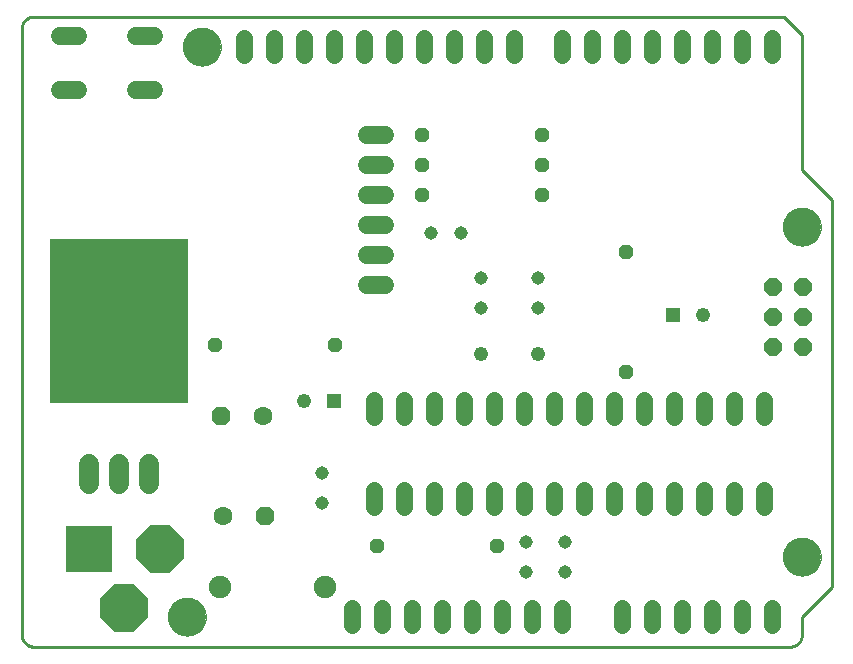
<source format=gts>
G75*
%MOIN*%
%OFA0B0*%
%FSLAX25Y25*%
%IPPOS*%
%LPD*%
%AMOC8*
5,1,8,0,0,1.08239X$1,22.5*
%
%ADD10C,0.01000*%
%ADD11C,0.00000*%
%ADD12C,0.12598*%
%ADD13R,0.46000X0.55000*%
%ADD14C,0.05600*%
%ADD15OC8,0.06102*%
%ADD16OC8,0.15748*%
%ADD17R,0.15748X0.15748*%
%ADD18C,0.07677*%
%ADD19C,0.06600*%
%ADD20C,0.13000*%
%ADD21OC8,0.04800*%
%ADD22C,0.04800*%
%ADD23C,0.04500*%
%ADD24OC8,0.06300*%
%ADD25C,0.06300*%
%ADD26C,0.05906*%
%ADD27C,0.07500*%
%ADD28R,0.04800X0.04800*%
%ADD29C,0.06000*%
D10*
X0008350Y0007187D02*
X0008350Y0209313D01*
X0008352Y0209437D01*
X0008358Y0209560D01*
X0008367Y0209684D01*
X0008381Y0209806D01*
X0008398Y0209929D01*
X0008420Y0210051D01*
X0008445Y0210172D01*
X0008474Y0210292D01*
X0008506Y0210411D01*
X0008543Y0210530D01*
X0008583Y0210647D01*
X0008626Y0210762D01*
X0008674Y0210877D01*
X0008725Y0210989D01*
X0008779Y0211100D01*
X0008837Y0211210D01*
X0008898Y0211317D01*
X0008963Y0211423D01*
X0009031Y0211526D01*
X0009102Y0211627D01*
X0009176Y0211726D01*
X0009253Y0211823D01*
X0009334Y0211917D01*
X0009417Y0212008D01*
X0009503Y0212097D01*
X0009592Y0212183D01*
X0009683Y0212266D01*
X0009777Y0212347D01*
X0009874Y0212424D01*
X0009973Y0212498D01*
X0010074Y0212569D01*
X0010177Y0212637D01*
X0010283Y0212702D01*
X0010390Y0212763D01*
X0010500Y0212821D01*
X0010611Y0212875D01*
X0010723Y0212926D01*
X0010838Y0212974D01*
X0010953Y0213017D01*
X0011070Y0213057D01*
X0011189Y0213094D01*
X0011308Y0213126D01*
X0011428Y0213155D01*
X0011549Y0213180D01*
X0011671Y0213202D01*
X0011794Y0213219D01*
X0011916Y0213233D01*
X0012040Y0213242D01*
X0012163Y0213248D01*
X0012287Y0213250D01*
X0262350Y0213250D01*
X0268350Y0207250D01*
X0268350Y0162250D01*
X0278350Y0152250D01*
X0278350Y0023250D01*
X0268350Y0013250D01*
X0268350Y0007187D01*
X0268348Y0007063D01*
X0268342Y0006940D01*
X0268333Y0006816D01*
X0268319Y0006694D01*
X0268302Y0006571D01*
X0268280Y0006449D01*
X0268255Y0006328D01*
X0268226Y0006208D01*
X0268194Y0006089D01*
X0268157Y0005970D01*
X0268117Y0005853D01*
X0268074Y0005738D01*
X0268026Y0005623D01*
X0267975Y0005511D01*
X0267921Y0005400D01*
X0267863Y0005290D01*
X0267802Y0005183D01*
X0267737Y0005077D01*
X0267669Y0004974D01*
X0267598Y0004873D01*
X0267524Y0004774D01*
X0267447Y0004677D01*
X0267366Y0004583D01*
X0267283Y0004492D01*
X0267197Y0004403D01*
X0267108Y0004317D01*
X0267017Y0004234D01*
X0266923Y0004153D01*
X0266826Y0004076D01*
X0266727Y0004002D01*
X0266626Y0003931D01*
X0266523Y0003863D01*
X0266417Y0003798D01*
X0266310Y0003737D01*
X0266200Y0003679D01*
X0266089Y0003625D01*
X0265977Y0003574D01*
X0265862Y0003526D01*
X0265747Y0003483D01*
X0265630Y0003443D01*
X0265511Y0003406D01*
X0265392Y0003374D01*
X0265272Y0003345D01*
X0265151Y0003320D01*
X0265029Y0003298D01*
X0264906Y0003281D01*
X0264784Y0003267D01*
X0264660Y0003258D01*
X0264537Y0003252D01*
X0264413Y0003250D01*
X0012287Y0003250D01*
X0012163Y0003252D01*
X0012040Y0003258D01*
X0011916Y0003267D01*
X0011794Y0003281D01*
X0011671Y0003298D01*
X0011549Y0003320D01*
X0011428Y0003345D01*
X0011308Y0003374D01*
X0011189Y0003406D01*
X0011070Y0003443D01*
X0010953Y0003483D01*
X0010838Y0003526D01*
X0010723Y0003574D01*
X0010611Y0003625D01*
X0010500Y0003679D01*
X0010390Y0003737D01*
X0010283Y0003798D01*
X0010177Y0003863D01*
X0010074Y0003931D01*
X0009973Y0004002D01*
X0009874Y0004076D01*
X0009777Y0004153D01*
X0009683Y0004234D01*
X0009592Y0004317D01*
X0009503Y0004403D01*
X0009417Y0004492D01*
X0009334Y0004583D01*
X0009253Y0004677D01*
X0009176Y0004774D01*
X0009102Y0004873D01*
X0009031Y0004974D01*
X0008963Y0005077D01*
X0008898Y0005183D01*
X0008837Y0005290D01*
X0008779Y0005400D01*
X0008725Y0005511D01*
X0008674Y0005623D01*
X0008626Y0005738D01*
X0008583Y0005853D01*
X0008543Y0005970D01*
X0008506Y0006089D01*
X0008474Y0006208D01*
X0008445Y0006328D01*
X0008420Y0006449D01*
X0008398Y0006571D01*
X0008381Y0006694D01*
X0008367Y0006816D01*
X0008358Y0006940D01*
X0008352Y0007063D01*
X0008350Y0007187D01*
D11*
X0057051Y0013250D02*
X0057053Y0013408D01*
X0057059Y0013566D01*
X0057069Y0013724D01*
X0057083Y0013882D01*
X0057101Y0014039D01*
X0057122Y0014196D01*
X0057148Y0014352D01*
X0057178Y0014508D01*
X0057211Y0014663D01*
X0057249Y0014816D01*
X0057290Y0014969D01*
X0057335Y0015121D01*
X0057384Y0015272D01*
X0057437Y0015421D01*
X0057493Y0015569D01*
X0057553Y0015715D01*
X0057617Y0015860D01*
X0057685Y0016003D01*
X0057756Y0016145D01*
X0057830Y0016285D01*
X0057908Y0016422D01*
X0057990Y0016558D01*
X0058074Y0016692D01*
X0058163Y0016823D01*
X0058254Y0016952D01*
X0058349Y0017079D01*
X0058446Y0017204D01*
X0058547Y0017326D01*
X0058651Y0017445D01*
X0058758Y0017562D01*
X0058868Y0017676D01*
X0058981Y0017787D01*
X0059096Y0017896D01*
X0059214Y0018001D01*
X0059335Y0018103D01*
X0059458Y0018203D01*
X0059584Y0018299D01*
X0059712Y0018392D01*
X0059842Y0018482D01*
X0059975Y0018568D01*
X0060110Y0018652D01*
X0060246Y0018731D01*
X0060385Y0018808D01*
X0060526Y0018880D01*
X0060668Y0018950D01*
X0060812Y0019015D01*
X0060958Y0019077D01*
X0061105Y0019135D01*
X0061254Y0019190D01*
X0061404Y0019241D01*
X0061555Y0019288D01*
X0061707Y0019331D01*
X0061860Y0019370D01*
X0062015Y0019406D01*
X0062170Y0019437D01*
X0062326Y0019465D01*
X0062482Y0019489D01*
X0062639Y0019509D01*
X0062797Y0019525D01*
X0062954Y0019537D01*
X0063113Y0019545D01*
X0063271Y0019549D01*
X0063429Y0019549D01*
X0063587Y0019545D01*
X0063746Y0019537D01*
X0063903Y0019525D01*
X0064061Y0019509D01*
X0064218Y0019489D01*
X0064374Y0019465D01*
X0064530Y0019437D01*
X0064685Y0019406D01*
X0064840Y0019370D01*
X0064993Y0019331D01*
X0065145Y0019288D01*
X0065296Y0019241D01*
X0065446Y0019190D01*
X0065595Y0019135D01*
X0065742Y0019077D01*
X0065888Y0019015D01*
X0066032Y0018950D01*
X0066174Y0018880D01*
X0066315Y0018808D01*
X0066454Y0018731D01*
X0066590Y0018652D01*
X0066725Y0018568D01*
X0066858Y0018482D01*
X0066988Y0018392D01*
X0067116Y0018299D01*
X0067242Y0018203D01*
X0067365Y0018103D01*
X0067486Y0018001D01*
X0067604Y0017896D01*
X0067719Y0017787D01*
X0067832Y0017676D01*
X0067942Y0017562D01*
X0068049Y0017445D01*
X0068153Y0017326D01*
X0068254Y0017204D01*
X0068351Y0017079D01*
X0068446Y0016952D01*
X0068537Y0016823D01*
X0068626Y0016692D01*
X0068710Y0016558D01*
X0068792Y0016422D01*
X0068870Y0016285D01*
X0068944Y0016145D01*
X0069015Y0016003D01*
X0069083Y0015860D01*
X0069147Y0015715D01*
X0069207Y0015569D01*
X0069263Y0015421D01*
X0069316Y0015272D01*
X0069365Y0015121D01*
X0069410Y0014969D01*
X0069451Y0014816D01*
X0069489Y0014663D01*
X0069522Y0014508D01*
X0069552Y0014352D01*
X0069578Y0014196D01*
X0069599Y0014039D01*
X0069617Y0013882D01*
X0069631Y0013724D01*
X0069641Y0013566D01*
X0069647Y0013408D01*
X0069649Y0013250D01*
X0069647Y0013092D01*
X0069641Y0012934D01*
X0069631Y0012776D01*
X0069617Y0012618D01*
X0069599Y0012461D01*
X0069578Y0012304D01*
X0069552Y0012148D01*
X0069522Y0011992D01*
X0069489Y0011837D01*
X0069451Y0011684D01*
X0069410Y0011531D01*
X0069365Y0011379D01*
X0069316Y0011228D01*
X0069263Y0011079D01*
X0069207Y0010931D01*
X0069147Y0010785D01*
X0069083Y0010640D01*
X0069015Y0010497D01*
X0068944Y0010355D01*
X0068870Y0010215D01*
X0068792Y0010078D01*
X0068710Y0009942D01*
X0068626Y0009808D01*
X0068537Y0009677D01*
X0068446Y0009548D01*
X0068351Y0009421D01*
X0068254Y0009296D01*
X0068153Y0009174D01*
X0068049Y0009055D01*
X0067942Y0008938D01*
X0067832Y0008824D01*
X0067719Y0008713D01*
X0067604Y0008604D01*
X0067486Y0008499D01*
X0067365Y0008397D01*
X0067242Y0008297D01*
X0067116Y0008201D01*
X0066988Y0008108D01*
X0066858Y0008018D01*
X0066725Y0007932D01*
X0066590Y0007848D01*
X0066454Y0007769D01*
X0066315Y0007692D01*
X0066174Y0007620D01*
X0066032Y0007550D01*
X0065888Y0007485D01*
X0065742Y0007423D01*
X0065595Y0007365D01*
X0065446Y0007310D01*
X0065296Y0007259D01*
X0065145Y0007212D01*
X0064993Y0007169D01*
X0064840Y0007130D01*
X0064685Y0007094D01*
X0064530Y0007063D01*
X0064374Y0007035D01*
X0064218Y0007011D01*
X0064061Y0006991D01*
X0063903Y0006975D01*
X0063746Y0006963D01*
X0063587Y0006955D01*
X0063429Y0006951D01*
X0063271Y0006951D01*
X0063113Y0006955D01*
X0062954Y0006963D01*
X0062797Y0006975D01*
X0062639Y0006991D01*
X0062482Y0007011D01*
X0062326Y0007035D01*
X0062170Y0007063D01*
X0062015Y0007094D01*
X0061860Y0007130D01*
X0061707Y0007169D01*
X0061555Y0007212D01*
X0061404Y0007259D01*
X0061254Y0007310D01*
X0061105Y0007365D01*
X0060958Y0007423D01*
X0060812Y0007485D01*
X0060668Y0007550D01*
X0060526Y0007620D01*
X0060385Y0007692D01*
X0060246Y0007769D01*
X0060110Y0007848D01*
X0059975Y0007932D01*
X0059842Y0008018D01*
X0059712Y0008108D01*
X0059584Y0008201D01*
X0059458Y0008297D01*
X0059335Y0008397D01*
X0059214Y0008499D01*
X0059096Y0008604D01*
X0058981Y0008713D01*
X0058868Y0008824D01*
X0058758Y0008938D01*
X0058651Y0009055D01*
X0058547Y0009174D01*
X0058446Y0009296D01*
X0058349Y0009421D01*
X0058254Y0009548D01*
X0058163Y0009677D01*
X0058074Y0009808D01*
X0057990Y0009942D01*
X0057908Y0010078D01*
X0057830Y0010215D01*
X0057756Y0010355D01*
X0057685Y0010497D01*
X0057617Y0010640D01*
X0057553Y0010785D01*
X0057493Y0010931D01*
X0057437Y0011079D01*
X0057384Y0011228D01*
X0057335Y0011379D01*
X0057290Y0011531D01*
X0057249Y0011684D01*
X0057211Y0011837D01*
X0057178Y0011992D01*
X0057148Y0012148D01*
X0057122Y0012304D01*
X0057101Y0012461D01*
X0057083Y0012618D01*
X0057069Y0012776D01*
X0057059Y0012934D01*
X0057053Y0013092D01*
X0057051Y0013250D01*
X0034350Y0119750D02*
X0034352Y0119911D01*
X0034358Y0120071D01*
X0034368Y0120232D01*
X0034382Y0120392D01*
X0034400Y0120552D01*
X0034421Y0120711D01*
X0034447Y0120870D01*
X0034477Y0121028D01*
X0034510Y0121185D01*
X0034548Y0121342D01*
X0034589Y0121497D01*
X0034634Y0121651D01*
X0034683Y0121804D01*
X0034736Y0121956D01*
X0034792Y0122107D01*
X0034853Y0122256D01*
X0034916Y0122404D01*
X0034984Y0122550D01*
X0035055Y0122694D01*
X0035129Y0122836D01*
X0035207Y0122977D01*
X0035289Y0123115D01*
X0035374Y0123252D01*
X0035462Y0123386D01*
X0035554Y0123518D01*
X0035649Y0123648D01*
X0035747Y0123776D01*
X0035848Y0123901D01*
X0035952Y0124023D01*
X0036059Y0124143D01*
X0036169Y0124260D01*
X0036282Y0124375D01*
X0036398Y0124486D01*
X0036517Y0124595D01*
X0036638Y0124700D01*
X0036762Y0124803D01*
X0036888Y0124903D01*
X0037016Y0124999D01*
X0037147Y0125092D01*
X0037281Y0125182D01*
X0037416Y0125269D01*
X0037554Y0125352D01*
X0037693Y0125432D01*
X0037835Y0125508D01*
X0037978Y0125581D01*
X0038123Y0125650D01*
X0038270Y0125716D01*
X0038418Y0125778D01*
X0038568Y0125836D01*
X0038719Y0125891D01*
X0038872Y0125942D01*
X0039026Y0125989D01*
X0039181Y0126032D01*
X0039337Y0126071D01*
X0039493Y0126107D01*
X0039651Y0126138D01*
X0039809Y0126166D01*
X0039968Y0126190D01*
X0040128Y0126210D01*
X0040288Y0126226D01*
X0040448Y0126238D01*
X0040609Y0126246D01*
X0040770Y0126250D01*
X0040930Y0126250D01*
X0041091Y0126246D01*
X0041252Y0126238D01*
X0041412Y0126226D01*
X0041572Y0126210D01*
X0041732Y0126190D01*
X0041891Y0126166D01*
X0042049Y0126138D01*
X0042207Y0126107D01*
X0042363Y0126071D01*
X0042519Y0126032D01*
X0042674Y0125989D01*
X0042828Y0125942D01*
X0042981Y0125891D01*
X0043132Y0125836D01*
X0043282Y0125778D01*
X0043430Y0125716D01*
X0043577Y0125650D01*
X0043722Y0125581D01*
X0043865Y0125508D01*
X0044007Y0125432D01*
X0044146Y0125352D01*
X0044284Y0125269D01*
X0044419Y0125182D01*
X0044553Y0125092D01*
X0044684Y0124999D01*
X0044812Y0124903D01*
X0044938Y0124803D01*
X0045062Y0124700D01*
X0045183Y0124595D01*
X0045302Y0124486D01*
X0045418Y0124375D01*
X0045531Y0124260D01*
X0045641Y0124143D01*
X0045748Y0124023D01*
X0045852Y0123901D01*
X0045953Y0123776D01*
X0046051Y0123648D01*
X0046146Y0123518D01*
X0046238Y0123386D01*
X0046326Y0123252D01*
X0046411Y0123115D01*
X0046493Y0122977D01*
X0046571Y0122836D01*
X0046645Y0122694D01*
X0046716Y0122550D01*
X0046784Y0122404D01*
X0046847Y0122256D01*
X0046908Y0122107D01*
X0046964Y0121956D01*
X0047017Y0121804D01*
X0047066Y0121651D01*
X0047111Y0121497D01*
X0047152Y0121342D01*
X0047190Y0121185D01*
X0047223Y0121028D01*
X0047253Y0120870D01*
X0047279Y0120711D01*
X0047300Y0120552D01*
X0047318Y0120392D01*
X0047332Y0120232D01*
X0047342Y0120071D01*
X0047348Y0119911D01*
X0047350Y0119750D01*
X0047348Y0119589D01*
X0047342Y0119429D01*
X0047332Y0119268D01*
X0047318Y0119108D01*
X0047300Y0118948D01*
X0047279Y0118789D01*
X0047253Y0118630D01*
X0047223Y0118472D01*
X0047190Y0118315D01*
X0047152Y0118158D01*
X0047111Y0118003D01*
X0047066Y0117849D01*
X0047017Y0117696D01*
X0046964Y0117544D01*
X0046908Y0117393D01*
X0046847Y0117244D01*
X0046784Y0117096D01*
X0046716Y0116950D01*
X0046645Y0116806D01*
X0046571Y0116664D01*
X0046493Y0116523D01*
X0046411Y0116385D01*
X0046326Y0116248D01*
X0046238Y0116114D01*
X0046146Y0115982D01*
X0046051Y0115852D01*
X0045953Y0115724D01*
X0045852Y0115599D01*
X0045748Y0115477D01*
X0045641Y0115357D01*
X0045531Y0115240D01*
X0045418Y0115125D01*
X0045302Y0115014D01*
X0045183Y0114905D01*
X0045062Y0114800D01*
X0044938Y0114697D01*
X0044812Y0114597D01*
X0044684Y0114501D01*
X0044553Y0114408D01*
X0044419Y0114318D01*
X0044284Y0114231D01*
X0044146Y0114148D01*
X0044007Y0114068D01*
X0043865Y0113992D01*
X0043722Y0113919D01*
X0043577Y0113850D01*
X0043430Y0113784D01*
X0043282Y0113722D01*
X0043132Y0113664D01*
X0042981Y0113609D01*
X0042828Y0113558D01*
X0042674Y0113511D01*
X0042519Y0113468D01*
X0042363Y0113429D01*
X0042207Y0113393D01*
X0042049Y0113362D01*
X0041891Y0113334D01*
X0041732Y0113310D01*
X0041572Y0113290D01*
X0041412Y0113274D01*
X0041252Y0113262D01*
X0041091Y0113254D01*
X0040930Y0113250D01*
X0040770Y0113250D01*
X0040609Y0113254D01*
X0040448Y0113262D01*
X0040288Y0113274D01*
X0040128Y0113290D01*
X0039968Y0113310D01*
X0039809Y0113334D01*
X0039651Y0113362D01*
X0039493Y0113393D01*
X0039337Y0113429D01*
X0039181Y0113468D01*
X0039026Y0113511D01*
X0038872Y0113558D01*
X0038719Y0113609D01*
X0038568Y0113664D01*
X0038418Y0113722D01*
X0038270Y0113784D01*
X0038123Y0113850D01*
X0037978Y0113919D01*
X0037835Y0113992D01*
X0037693Y0114068D01*
X0037554Y0114148D01*
X0037416Y0114231D01*
X0037281Y0114318D01*
X0037147Y0114408D01*
X0037016Y0114501D01*
X0036888Y0114597D01*
X0036762Y0114697D01*
X0036638Y0114800D01*
X0036517Y0114905D01*
X0036398Y0115014D01*
X0036282Y0115125D01*
X0036169Y0115240D01*
X0036059Y0115357D01*
X0035952Y0115477D01*
X0035848Y0115599D01*
X0035747Y0115724D01*
X0035649Y0115852D01*
X0035554Y0115982D01*
X0035462Y0116114D01*
X0035374Y0116248D01*
X0035289Y0116385D01*
X0035207Y0116523D01*
X0035129Y0116664D01*
X0035055Y0116806D01*
X0034984Y0116950D01*
X0034916Y0117096D01*
X0034853Y0117244D01*
X0034792Y0117393D01*
X0034736Y0117544D01*
X0034683Y0117696D01*
X0034634Y0117849D01*
X0034589Y0118003D01*
X0034548Y0118158D01*
X0034510Y0118315D01*
X0034477Y0118472D01*
X0034447Y0118630D01*
X0034421Y0118789D01*
X0034400Y0118948D01*
X0034382Y0119108D01*
X0034368Y0119268D01*
X0034358Y0119429D01*
X0034352Y0119589D01*
X0034350Y0119750D01*
X0062051Y0203250D02*
X0062053Y0203408D01*
X0062059Y0203566D01*
X0062069Y0203724D01*
X0062083Y0203882D01*
X0062101Y0204039D01*
X0062122Y0204196D01*
X0062148Y0204352D01*
X0062178Y0204508D01*
X0062211Y0204663D01*
X0062249Y0204816D01*
X0062290Y0204969D01*
X0062335Y0205121D01*
X0062384Y0205272D01*
X0062437Y0205421D01*
X0062493Y0205569D01*
X0062553Y0205715D01*
X0062617Y0205860D01*
X0062685Y0206003D01*
X0062756Y0206145D01*
X0062830Y0206285D01*
X0062908Y0206422D01*
X0062990Y0206558D01*
X0063074Y0206692D01*
X0063163Y0206823D01*
X0063254Y0206952D01*
X0063349Y0207079D01*
X0063446Y0207204D01*
X0063547Y0207326D01*
X0063651Y0207445D01*
X0063758Y0207562D01*
X0063868Y0207676D01*
X0063981Y0207787D01*
X0064096Y0207896D01*
X0064214Y0208001D01*
X0064335Y0208103D01*
X0064458Y0208203D01*
X0064584Y0208299D01*
X0064712Y0208392D01*
X0064842Y0208482D01*
X0064975Y0208568D01*
X0065110Y0208652D01*
X0065246Y0208731D01*
X0065385Y0208808D01*
X0065526Y0208880D01*
X0065668Y0208950D01*
X0065812Y0209015D01*
X0065958Y0209077D01*
X0066105Y0209135D01*
X0066254Y0209190D01*
X0066404Y0209241D01*
X0066555Y0209288D01*
X0066707Y0209331D01*
X0066860Y0209370D01*
X0067015Y0209406D01*
X0067170Y0209437D01*
X0067326Y0209465D01*
X0067482Y0209489D01*
X0067639Y0209509D01*
X0067797Y0209525D01*
X0067954Y0209537D01*
X0068113Y0209545D01*
X0068271Y0209549D01*
X0068429Y0209549D01*
X0068587Y0209545D01*
X0068746Y0209537D01*
X0068903Y0209525D01*
X0069061Y0209509D01*
X0069218Y0209489D01*
X0069374Y0209465D01*
X0069530Y0209437D01*
X0069685Y0209406D01*
X0069840Y0209370D01*
X0069993Y0209331D01*
X0070145Y0209288D01*
X0070296Y0209241D01*
X0070446Y0209190D01*
X0070595Y0209135D01*
X0070742Y0209077D01*
X0070888Y0209015D01*
X0071032Y0208950D01*
X0071174Y0208880D01*
X0071315Y0208808D01*
X0071454Y0208731D01*
X0071590Y0208652D01*
X0071725Y0208568D01*
X0071858Y0208482D01*
X0071988Y0208392D01*
X0072116Y0208299D01*
X0072242Y0208203D01*
X0072365Y0208103D01*
X0072486Y0208001D01*
X0072604Y0207896D01*
X0072719Y0207787D01*
X0072832Y0207676D01*
X0072942Y0207562D01*
X0073049Y0207445D01*
X0073153Y0207326D01*
X0073254Y0207204D01*
X0073351Y0207079D01*
X0073446Y0206952D01*
X0073537Y0206823D01*
X0073626Y0206692D01*
X0073710Y0206558D01*
X0073792Y0206422D01*
X0073870Y0206285D01*
X0073944Y0206145D01*
X0074015Y0206003D01*
X0074083Y0205860D01*
X0074147Y0205715D01*
X0074207Y0205569D01*
X0074263Y0205421D01*
X0074316Y0205272D01*
X0074365Y0205121D01*
X0074410Y0204969D01*
X0074451Y0204816D01*
X0074489Y0204663D01*
X0074522Y0204508D01*
X0074552Y0204352D01*
X0074578Y0204196D01*
X0074599Y0204039D01*
X0074617Y0203882D01*
X0074631Y0203724D01*
X0074641Y0203566D01*
X0074647Y0203408D01*
X0074649Y0203250D01*
X0074647Y0203092D01*
X0074641Y0202934D01*
X0074631Y0202776D01*
X0074617Y0202618D01*
X0074599Y0202461D01*
X0074578Y0202304D01*
X0074552Y0202148D01*
X0074522Y0201992D01*
X0074489Y0201837D01*
X0074451Y0201684D01*
X0074410Y0201531D01*
X0074365Y0201379D01*
X0074316Y0201228D01*
X0074263Y0201079D01*
X0074207Y0200931D01*
X0074147Y0200785D01*
X0074083Y0200640D01*
X0074015Y0200497D01*
X0073944Y0200355D01*
X0073870Y0200215D01*
X0073792Y0200078D01*
X0073710Y0199942D01*
X0073626Y0199808D01*
X0073537Y0199677D01*
X0073446Y0199548D01*
X0073351Y0199421D01*
X0073254Y0199296D01*
X0073153Y0199174D01*
X0073049Y0199055D01*
X0072942Y0198938D01*
X0072832Y0198824D01*
X0072719Y0198713D01*
X0072604Y0198604D01*
X0072486Y0198499D01*
X0072365Y0198397D01*
X0072242Y0198297D01*
X0072116Y0198201D01*
X0071988Y0198108D01*
X0071858Y0198018D01*
X0071725Y0197932D01*
X0071590Y0197848D01*
X0071454Y0197769D01*
X0071315Y0197692D01*
X0071174Y0197620D01*
X0071032Y0197550D01*
X0070888Y0197485D01*
X0070742Y0197423D01*
X0070595Y0197365D01*
X0070446Y0197310D01*
X0070296Y0197259D01*
X0070145Y0197212D01*
X0069993Y0197169D01*
X0069840Y0197130D01*
X0069685Y0197094D01*
X0069530Y0197063D01*
X0069374Y0197035D01*
X0069218Y0197011D01*
X0069061Y0196991D01*
X0068903Y0196975D01*
X0068746Y0196963D01*
X0068587Y0196955D01*
X0068429Y0196951D01*
X0068271Y0196951D01*
X0068113Y0196955D01*
X0067954Y0196963D01*
X0067797Y0196975D01*
X0067639Y0196991D01*
X0067482Y0197011D01*
X0067326Y0197035D01*
X0067170Y0197063D01*
X0067015Y0197094D01*
X0066860Y0197130D01*
X0066707Y0197169D01*
X0066555Y0197212D01*
X0066404Y0197259D01*
X0066254Y0197310D01*
X0066105Y0197365D01*
X0065958Y0197423D01*
X0065812Y0197485D01*
X0065668Y0197550D01*
X0065526Y0197620D01*
X0065385Y0197692D01*
X0065246Y0197769D01*
X0065110Y0197848D01*
X0064975Y0197932D01*
X0064842Y0198018D01*
X0064712Y0198108D01*
X0064584Y0198201D01*
X0064458Y0198297D01*
X0064335Y0198397D01*
X0064214Y0198499D01*
X0064096Y0198604D01*
X0063981Y0198713D01*
X0063868Y0198824D01*
X0063758Y0198938D01*
X0063651Y0199055D01*
X0063547Y0199174D01*
X0063446Y0199296D01*
X0063349Y0199421D01*
X0063254Y0199548D01*
X0063163Y0199677D01*
X0063074Y0199808D01*
X0062990Y0199942D01*
X0062908Y0200078D01*
X0062830Y0200215D01*
X0062756Y0200355D01*
X0062685Y0200497D01*
X0062617Y0200640D01*
X0062553Y0200785D01*
X0062493Y0200931D01*
X0062437Y0201079D01*
X0062384Y0201228D01*
X0062335Y0201379D01*
X0062290Y0201531D01*
X0062249Y0201684D01*
X0062211Y0201837D01*
X0062178Y0201992D01*
X0062148Y0202148D01*
X0062122Y0202304D01*
X0062101Y0202461D01*
X0062083Y0202618D01*
X0062069Y0202776D01*
X0062059Y0202934D01*
X0062053Y0203092D01*
X0062051Y0203250D01*
X0262051Y0143250D02*
X0262053Y0143408D01*
X0262059Y0143566D01*
X0262069Y0143724D01*
X0262083Y0143882D01*
X0262101Y0144039D01*
X0262122Y0144196D01*
X0262148Y0144352D01*
X0262178Y0144508D01*
X0262211Y0144663D01*
X0262249Y0144816D01*
X0262290Y0144969D01*
X0262335Y0145121D01*
X0262384Y0145272D01*
X0262437Y0145421D01*
X0262493Y0145569D01*
X0262553Y0145715D01*
X0262617Y0145860D01*
X0262685Y0146003D01*
X0262756Y0146145D01*
X0262830Y0146285D01*
X0262908Y0146422D01*
X0262990Y0146558D01*
X0263074Y0146692D01*
X0263163Y0146823D01*
X0263254Y0146952D01*
X0263349Y0147079D01*
X0263446Y0147204D01*
X0263547Y0147326D01*
X0263651Y0147445D01*
X0263758Y0147562D01*
X0263868Y0147676D01*
X0263981Y0147787D01*
X0264096Y0147896D01*
X0264214Y0148001D01*
X0264335Y0148103D01*
X0264458Y0148203D01*
X0264584Y0148299D01*
X0264712Y0148392D01*
X0264842Y0148482D01*
X0264975Y0148568D01*
X0265110Y0148652D01*
X0265246Y0148731D01*
X0265385Y0148808D01*
X0265526Y0148880D01*
X0265668Y0148950D01*
X0265812Y0149015D01*
X0265958Y0149077D01*
X0266105Y0149135D01*
X0266254Y0149190D01*
X0266404Y0149241D01*
X0266555Y0149288D01*
X0266707Y0149331D01*
X0266860Y0149370D01*
X0267015Y0149406D01*
X0267170Y0149437D01*
X0267326Y0149465D01*
X0267482Y0149489D01*
X0267639Y0149509D01*
X0267797Y0149525D01*
X0267954Y0149537D01*
X0268113Y0149545D01*
X0268271Y0149549D01*
X0268429Y0149549D01*
X0268587Y0149545D01*
X0268746Y0149537D01*
X0268903Y0149525D01*
X0269061Y0149509D01*
X0269218Y0149489D01*
X0269374Y0149465D01*
X0269530Y0149437D01*
X0269685Y0149406D01*
X0269840Y0149370D01*
X0269993Y0149331D01*
X0270145Y0149288D01*
X0270296Y0149241D01*
X0270446Y0149190D01*
X0270595Y0149135D01*
X0270742Y0149077D01*
X0270888Y0149015D01*
X0271032Y0148950D01*
X0271174Y0148880D01*
X0271315Y0148808D01*
X0271454Y0148731D01*
X0271590Y0148652D01*
X0271725Y0148568D01*
X0271858Y0148482D01*
X0271988Y0148392D01*
X0272116Y0148299D01*
X0272242Y0148203D01*
X0272365Y0148103D01*
X0272486Y0148001D01*
X0272604Y0147896D01*
X0272719Y0147787D01*
X0272832Y0147676D01*
X0272942Y0147562D01*
X0273049Y0147445D01*
X0273153Y0147326D01*
X0273254Y0147204D01*
X0273351Y0147079D01*
X0273446Y0146952D01*
X0273537Y0146823D01*
X0273626Y0146692D01*
X0273710Y0146558D01*
X0273792Y0146422D01*
X0273870Y0146285D01*
X0273944Y0146145D01*
X0274015Y0146003D01*
X0274083Y0145860D01*
X0274147Y0145715D01*
X0274207Y0145569D01*
X0274263Y0145421D01*
X0274316Y0145272D01*
X0274365Y0145121D01*
X0274410Y0144969D01*
X0274451Y0144816D01*
X0274489Y0144663D01*
X0274522Y0144508D01*
X0274552Y0144352D01*
X0274578Y0144196D01*
X0274599Y0144039D01*
X0274617Y0143882D01*
X0274631Y0143724D01*
X0274641Y0143566D01*
X0274647Y0143408D01*
X0274649Y0143250D01*
X0274647Y0143092D01*
X0274641Y0142934D01*
X0274631Y0142776D01*
X0274617Y0142618D01*
X0274599Y0142461D01*
X0274578Y0142304D01*
X0274552Y0142148D01*
X0274522Y0141992D01*
X0274489Y0141837D01*
X0274451Y0141684D01*
X0274410Y0141531D01*
X0274365Y0141379D01*
X0274316Y0141228D01*
X0274263Y0141079D01*
X0274207Y0140931D01*
X0274147Y0140785D01*
X0274083Y0140640D01*
X0274015Y0140497D01*
X0273944Y0140355D01*
X0273870Y0140215D01*
X0273792Y0140078D01*
X0273710Y0139942D01*
X0273626Y0139808D01*
X0273537Y0139677D01*
X0273446Y0139548D01*
X0273351Y0139421D01*
X0273254Y0139296D01*
X0273153Y0139174D01*
X0273049Y0139055D01*
X0272942Y0138938D01*
X0272832Y0138824D01*
X0272719Y0138713D01*
X0272604Y0138604D01*
X0272486Y0138499D01*
X0272365Y0138397D01*
X0272242Y0138297D01*
X0272116Y0138201D01*
X0271988Y0138108D01*
X0271858Y0138018D01*
X0271725Y0137932D01*
X0271590Y0137848D01*
X0271454Y0137769D01*
X0271315Y0137692D01*
X0271174Y0137620D01*
X0271032Y0137550D01*
X0270888Y0137485D01*
X0270742Y0137423D01*
X0270595Y0137365D01*
X0270446Y0137310D01*
X0270296Y0137259D01*
X0270145Y0137212D01*
X0269993Y0137169D01*
X0269840Y0137130D01*
X0269685Y0137094D01*
X0269530Y0137063D01*
X0269374Y0137035D01*
X0269218Y0137011D01*
X0269061Y0136991D01*
X0268903Y0136975D01*
X0268746Y0136963D01*
X0268587Y0136955D01*
X0268429Y0136951D01*
X0268271Y0136951D01*
X0268113Y0136955D01*
X0267954Y0136963D01*
X0267797Y0136975D01*
X0267639Y0136991D01*
X0267482Y0137011D01*
X0267326Y0137035D01*
X0267170Y0137063D01*
X0267015Y0137094D01*
X0266860Y0137130D01*
X0266707Y0137169D01*
X0266555Y0137212D01*
X0266404Y0137259D01*
X0266254Y0137310D01*
X0266105Y0137365D01*
X0265958Y0137423D01*
X0265812Y0137485D01*
X0265668Y0137550D01*
X0265526Y0137620D01*
X0265385Y0137692D01*
X0265246Y0137769D01*
X0265110Y0137848D01*
X0264975Y0137932D01*
X0264842Y0138018D01*
X0264712Y0138108D01*
X0264584Y0138201D01*
X0264458Y0138297D01*
X0264335Y0138397D01*
X0264214Y0138499D01*
X0264096Y0138604D01*
X0263981Y0138713D01*
X0263868Y0138824D01*
X0263758Y0138938D01*
X0263651Y0139055D01*
X0263547Y0139174D01*
X0263446Y0139296D01*
X0263349Y0139421D01*
X0263254Y0139548D01*
X0263163Y0139677D01*
X0263074Y0139808D01*
X0262990Y0139942D01*
X0262908Y0140078D01*
X0262830Y0140215D01*
X0262756Y0140355D01*
X0262685Y0140497D01*
X0262617Y0140640D01*
X0262553Y0140785D01*
X0262493Y0140931D01*
X0262437Y0141079D01*
X0262384Y0141228D01*
X0262335Y0141379D01*
X0262290Y0141531D01*
X0262249Y0141684D01*
X0262211Y0141837D01*
X0262178Y0141992D01*
X0262148Y0142148D01*
X0262122Y0142304D01*
X0262101Y0142461D01*
X0262083Y0142618D01*
X0262069Y0142776D01*
X0262059Y0142934D01*
X0262053Y0143092D01*
X0262051Y0143250D01*
X0262051Y0033250D02*
X0262053Y0033408D01*
X0262059Y0033566D01*
X0262069Y0033724D01*
X0262083Y0033882D01*
X0262101Y0034039D01*
X0262122Y0034196D01*
X0262148Y0034352D01*
X0262178Y0034508D01*
X0262211Y0034663D01*
X0262249Y0034816D01*
X0262290Y0034969D01*
X0262335Y0035121D01*
X0262384Y0035272D01*
X0262437Y0035421D01*
X0262493Y0035569D01*
X0262553Y0035715D01*
X0262617Y0035860D01*
X0262685Y0036003D01*
X0262756Y0036145D01*
X0262830Y0036285D01*
X0262908Y0036422D01*
X0262990Y0036558D01*
X0263074Y0036692D01*
X0263163Y0036823D01*
X0263254Y0036952D01*
X0263349Y0037079D01*
X0263446Y0037204D01*
X0263547Y0037326D01*
X0263651Y0037445D01*
X0263758Y0037562D01*
X0263868Y0037676D01*
X0263981Y0037787D01*
X0264096Y0037896D01*
X0264214Y0038001D01*
X0264335Y0038103D01*
X0264458Y0038203D01*
X0264584Y0038299D01*
X0264712Y0038392D01*
X0264842Y0038482D01*
X0264975Y0038568D01*
X0265110Y0038652D01*
X0265246Y0038731D01*
X0265385Y0038808D01*
X0265526Y0038880D01*
X0265668Y0038950D01*
X0265812Y0039015D01*
X0265958Y0039077D01*
X0266105Y0039135D01*
X0266254Y0039190D01*
X0266404Y0039241D01*
X0266555Y0039288D01*
X0266707Y0039331D01*
X0266860Y0039370D01*
X0267015Y0039406D01*
X0267170Y0039437D01*
X0267326Y0039465D01*
X0267482Y0039489D01*
X0267639Y0039509D01*
X0267797Y0039525D01*
X0267954Y0039537D01*
X0268113Y0039545D01*
X0268271Y0039549D01*
X0268429Y0039549D01*
X0268587Y0039545D01*
X0268746Y0039537D01*
X0268903Y0039525D01*
X0269061Y0039509D01*
X0269218Y0039489D01*
X0269374Y0039465D01*
X0269530Y0039437D01*
X0269685Y0039406D01*
X0269840Y0039370D01*
X0269993Y0039331D01*
X0270145Y0039288D01*
X0270296Y0039241D01*
X0270446Y0039190D01*
X0270595Y0039135D01*
X0270742Y0039077D01*
X0270888Y0039015D01*
X0271032Y0038950D01*
X0271174Y0038880D01*
X0271315Y0038808D01*
X0271454Y0038731D01*
X0271590Y0038652D01*
X0271725Y0038568D01*
X0271858Y0038482D01*
X0271988Y0038392D01*
X0272116Y0038299D01*
X0272242Y0038203D01*
X0272365Y0038103D01*
X0272486Y0038001D01*
X0272604Y0037896D01*
X0272719Y0037787D01*
X0272832Y0037676D01*
X0272942Y0037562D01*
X0273049Y0037445D01*
X0273153Y0037326D01*
X0273254Y0037204D01*
X0273351Y0037079D01*
X0273446Y0036952D01*
X0273537Y0036823D01*
X0273626Y0036692D01*
X0273710Y0036558D01*
X0273792Y0036422D01*
X0273870Y0036285D01*
X0273944Y0036145D01*
X0274015Y0036003D01*
X0274083Y0035860D01*
X0274147Y0035715D01*
X0274207Y0035569D01*
X0274263Y0035421D01*
X0274316Y0035272D01*
X0274365Y0035121D01*
X0274410Y0034969D01*
X0274451Y0034816D01*
X0274489Y0034663D01*
X0274522Y0034508D01*
X0274552Y0034352D01*
X0274578Y0034196D01*
X0274599Y0034039D01*
X0274617Y0033882D01*
X0274631Y0033724D01*
X0274641Y0033566D01*
X0274647Y0033408D01*
X0274649Y0033250D01*
X0274647Y0033092D01*
X0274641Y0032934D01*
X0274631Y0032776D01*
X0274617Y0032618D01*
X0274599Y0032461D01*
X0274578Y0032304D01*
X0274552Y0032148D01*
X0274522Y0031992D01*
X0274489Y0031837D01*
X0274451Y0031684D01*
X0274410Y0031531D01*
X0274365Y0031379D01*
X0274316Y0031228D01*
X0274263Y0031079D01*
X0274207Y0030931D01*
X0274147Y0030785D01*
X0274083Y0030640D01*
X0274015Y0030497D01*
X0273944Y0030355D01*
X0273870Y0030215D01*
X0273792Y0030078D01*
X0273710Y0029942D01*
X0273626Y0029808D01*
X0273537Y0029677D01*
X0273446Y0029548D01*
X0273351Y0029421D01*
X0273254Y0029296D01*
X0273153Y0029174D01*
X0273049Y0029055D01*
X0272942Y0028938D01*
X0272832Y0028824D01*
X0272719Y0028713D01*
X0272604Y0028604D01*
X0272486Y0028499D01*
X0272365Y0028397D01*
X0272242Y0028297D01*
X0272116Y0028201D01*
X0271988Y0028108D01*
X0271858Y0028018D01*
X0271725Y0027932D01*
X0271590Y0027848D01*
X0271454Y0027769D01*
X0271315Y0027692D01*
X0271174Y0027620D01*
X0271032Y0027550D01*
X0270888Y0027485D01*
X0270742Y0027423D01*
X0270595Y0027365D01*
X0270446Y0027310D01*
X0270296Y0027259D01*
X0270145Y0027212D01*
X0269993Y0027169D01*
X0269840Y0027130D01*
X0269685Y0027094D01*
X0269530Y0027063D01*
X0269374Y0027035D01*
X0269218Y0027011D01*
X0269061Y0026991D01*
X0268903Y0026975D01*
X0268746Y0026963D01*
X0268587Y0026955D01*
X0268429Y0026951D01*
X0268271Y0026951D01*
X0268113Y0026955D01*
X0267954Y0026963D01*
X0267797Y0026975D01*
X0267639Y0026991D01*
X0267482Y0027011D01*
X0267326Y0027035D01*
X0267170Y0027063D01*
X0267015Y0027094D01*
X0266860Y0027130D01*
X0266707Y0027169D01*
X0266555Y0027212D01*
X0266404Y0027259D01*
X0266254Y0027310D01*
X0266105Y0027365D01*
X0265958Y0027423D01*
X0265812Y0027485D01*
X0265668Y0027550D01*
X0265526Y0027620D01*
X0265385Y0027692D01*
X0265246Y0027769D01*
X0265110Y0027848D01*
X0264975Y0027932D01*
X0264842Y0028018D01*
X0264712Y0028108D01*
X0264584Y0028201D01*
X0264458Y0028297D01*
X0264335Y0028397D01*
X0264214Y0028499D01*
X0264096Y0028604D01*
X0263981Y0028713D01*
X0263868Y0028824D01*
X0263758Y0028938D01*
X0263651Y0029055D01*
X0263547Y0029174D01*
X0263446Y0029296D01*
X0263349Y0029421D01*
X0263254Y0029548D01*
X0263163Y0029677D01*
X0263074Y0029808D01*
X0262990Y0029942D01*
X0262908Y0030078D01*
X0262830Y0030215D01*
X0262756Y0030355D01*
X0262685Y0030497D01*
X0262617Y0030640D01*
X0262553Y0030785D01*
X0262493Y0030931D01*
X0262437Y0031079D01*
X0262384Y0031228D01*
X0262335Y0031379D01*
X0262290Y0031531D01*
X0262249Y0031684D01*
X0262211Y0031837D01*
X0262178Y0031992D01*
X0262148Y0032148D01*
X0262122Y0032304D01*
X0262101Y0032461D01*
X0262083Y0032618D01*
X0262069Y0032776D01*
X0262059Y0032934D01*
X0262053Y0033092D01*
X0262051Y0033250D01*
D12*
X0268350Y0033250D03*
X0268350Y0143250D03*
X0068350Y0203250D03*
X0063350Y0013250D03*
D13*
X0040850Y0111750D03*
D14*
X0125850Y0085550D02*
X0125850Y0079950D01*
X0135850Y0079950D02*
X0135850Y0085550D01*
X0145850Y0085550D02*
X0145850Y0079950D01*
X0155850Y0079950D02*
X0155850Y0085550D01*
X0165850Y0085550D02*
X0165850Y0079950D01*
X0175850Y0079950D02*
X0175850Y0085550D01*
X0185850Y0085550D02*
X0185850Y0079950D01*
X0195850Y0079950D02*
X0195850Y0085550D01*
X0205850Y0085550D02*
X0205850Y0079950D01*
X0215850Y0079950D02*
X0215850Y0085550D01*
X0225850Y0085550D02*
X0225850Y0079950D01*
X0235850Y0079950D02*
X0235850Y0085550D01*
X0245850Y0085550D02*
X0245850Y0079950D01*
X0255850Y0079950D02*
X0255850Y0085550D01*
X0255850Y0055550D02*
X0255850Y0049950D01*
X0245850Y0049950D02*
X0245850Y0055550D01*
X0235850Y0055550D02*
X0235850Y0049950D01*
X0225850Y0049950D02*
X0225850Y0055550D01*
X0215850Y0055550D02*
X0215850Y0049950D01*
X0205850Y0049950D02*
X0205850Y0055550D01*
X0195850Y0055550D02*
X0195850Y0049950D01*
X0185850Y0049950D02*
X0185850Y0055550D01*
X0175850Y0055550D02*
X0175850Y0049950D01*
X0165850Y0049950D02*
X0165850Y0055550D01*
X0155850Y0055550D02*
X0155850Y0049950D01*
X0145850Y0049950D02*
X0145850Y0055550D01*
X0135850Y0055550D02*
X0135850Y0049950D01*
X0125850Y0049950D02*
X0125850Y0055550D01*
X0128350Y0016050D02*
X0128350Y0010450D01*
X0118350Y0010450D02*
X0118350Y0016050D01*
X0138350Y0016050D02*
X0138350Y0010450D01*
X0148350Y0010450D02*
X0148350Y0016050D01*
X0158350Y0016050D02*
X0158350Y0010450D01*
X0168350Y0010450D02*
X0168350Y0016050D01*
X0178350Y0016050D02*
X0178350Y0010450D01*
X0188350Y0010450D02*
X0188350Y0016050D01*
X0208350Y0016050D02*
X0208350Y0010450D01*
X0218350Y0010450D02*
X0218350Y0016050D01*
X0228350Y0016050D02*
X0228350Y0010450D01*
X0238350Y0010450D02*
X0238350Y0016050D01*
X0248350Y0016050D02*
X0248350Y0010450D01*
X0258350Y0010450D02*
X0258350Y0016050D01*
X0258350Y0200450D02*
X0258350Y0206050D01*
X0248350Y0206050D02*
X0248350Y0200450D01*
X0238350Y0200450D02*
X0238350Y0206050D01*
X0228350Y0206050D02*
X0228350Y0200450D01*
X0218350Y0200450D02*
X0218350Y0206050D01*
X0208350Y0206050D02*
X0208350Y0200450D01*
X0198350Y0200450D02*
X0198350Y0206050D01*
X0188350Y0206050D02*
X0188350Y0200450D01*
X0172350Y0200450D02*
X0172350Y0206050D01*
X0162350Y0206050D02*
X0162350Y0200450D01*
X0152350Y0200450D02*
X0152350Y0206050D01*
X0142350Y0206050D02*
X0142350Y0200450D01*
X0132350Y0200450D02*
X0132350Y0206050D01*
X0122350Y0206050D02*
X0122350Y0200450D01*
X0112350Y0200450D02*
X0112350Y0206050D01*
X0102350Y0206050D02*
X0102350Y0200450D01*
X0092350Y0200450D02*
X0092350Y0206050D01*
X0082350Y0206050D02*
X0082350Y0200450D01*
D15*
X0258850Y0123250D03*
X0268850Y0123250D03*
X0268850Y0113250D03*
X0258850Y0113250D03*
X0258850Y0103250D03*
X0268850Y0103250D03*
D16*
X0054350Y0035950D03*
X0042550Y0016250D03*
D17*
X0030750Y0035950D03*
D18*
X0030750Y0032950D03*
X0030750Y0038950D03*
X0054350Y0038950D03*
X0054350Y0032950D03*
X0045550Y0016250D03*
X0039550Y0016250D03*
D19*
X0040850Y0057450D02*
X0040850Y0064050D01*
X0030850Y0064050D02*
X0030850Y0057450D01*
X0050850Y0057450D02*
X0050850Y0064050D01*
D20*
X0040850Y0119750D03*
D21*
X0072850Y0103750D03*
X0112850Y0103750D03*
X0141850Y0153750D03*
X0141850Y0163750D03*
X0141850Y0173750D03*
X0181850Y0173750D03*
X0181850Y0163750D03*
X0181850Y0153750D03*
X0209850Y0134750D03*
X0209850Y0094750D03*
X0166850Y0036750D03*
X0126850Y0036750D03*
D22*
X0102450Y0085250D03*
X0161350Y0100750D03*
X0180350Y0100750D03*
X0235350Y0113750D03*
D23*
X0180350Y0116250D03*
X0180350Y0126250D03*
X0161350Y0126250D03*
X0161350Y0116250D03*
X0154850Y0141250D03*
X0144850Y0141250D03*
X0108350Y0061250D03*
X0108350Y0051250D03*
X0176350Y0038250D03*
X0176350Y0028250D03*
X0189350Y0028250D03*
X0189350Y0038250D03*
D24*
X0089350Y0046750D03*
X0074850Y0080250D03*
D25*
X0088850Y0080250D03*
X0075350Y0046750D03*
D26*
X0123397Y0123750D02*
X0129303Y0123750D01*
X0129303Y0133750D02*
X0123397Y0133750D01*
X0123397Y0143750D02*
X0129303Y0143750D01*
X0129303Y0153750D02*
X0123397Y0153750D01*
X0123397Y0163750D02*
X0129303Y0163750D01*
X0129303Y0173750D02*
X0123397Y0173750D01*
D27*
X0109350Y0023250D03*
X0074350Y0023250D03*
D28*
X0112450Y0085250D03*
X0225350Y0113750D03*
D29*
X0052550Y0188850D02*
X0046550Y0188850D01*
X0026950Y0188850D02*
X0020950Y0188850D01*
X0020950Y0206650D02*
X0026950Y0206650D01*
X0046550Y0206650D02*
X0052550Y0206650D01*
M02*

</source>
